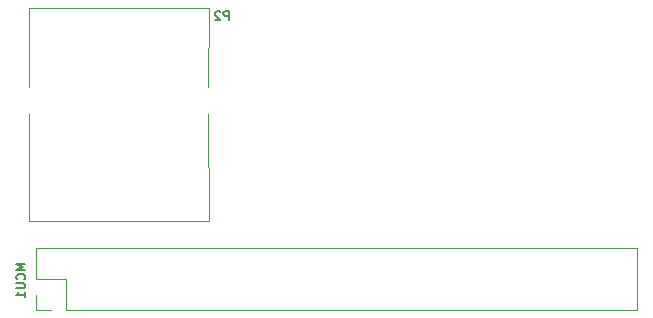
<source format=gbr>
G04 #@! TF.FileFunction,Legend,Bot*
%FSLAX46Y46*%
G04 Gerber Fmt 4.6, Leading zero omitted, Abs format (unit mm)*
G04 Created by KiCad (PCBNEW 4.0.7) date 11/27/17 08:23:02*
%MOMM*%
%LPD*%
G01*
G04 APERTURE LIST*
%ADD10C,0.076200*%
%ADD11C,0.120000*%
%ADD12C,0.127000*%
G04 APERTURE END LIST*
D10*
D11*
X162534600Y-21992000D02*
X177774600Y-21992000D01*
X177774600Y-40022000D02*
X177764600Y-31032000D01*
X177774600Y-40022000D02*
X162534600Y-40022000D01*
X162534600Y-40022000D02*
X162534600Y-31022000D01*
X177764600Y-28692000D02*
X177774600Y-21992000D01*
X162534600Y-28702000D02*
X162534600Y-21992000D01*
X165740000Y-47560000D02*
X214060000Y-47560000D01*
X214060000Y-47560000D02*
X214060000Y-42360000D01*
X214060000Y-42360000D02*
X163140000Y-42360000D01*
X163140000Y-42360000D02*
X163140000Y-44960000D01*
X163140000Y-44960000D02*
X165740000Y-44960000D01*
X165740000Y-44960000D02*
X165740000Y-47560000D01*
X164470000Y-47560000D02*
X163140000Y-47560000D01*
X163140000Y-47560000D02*
X163140000Y-46290000D01*
D12*
X179475028Y-23043914D02*
X179475028Y-22281914D01*
X179184743Y-22281914D01*
X179112171Y-22318200D01*
X179075886Y-22354486D01*
X179039600Y-22427057D01*
X179039600Y-22535914D01*
X179075886Y-22608486D01*
X179112171Y-22644771D01*
X179184743Y-22681057D01*
X179475028Y-22681057D01*
X178749314Y-22354486D02*
X178713028Y-22318200D01*
X178640457Y-22281914D01*
X178459028Y-22281914D01*
X178386457Y-22318200D01*
X178350171Y-22354486D01*
X178313886Y-22427057D01*
X178313886Y-22499629D01*
X178350171Y-22608486D01*
X178785600Y-23043914D01*
X178313886Y-23043914D01*
X162264714Y-43679601D02*
X161502714Y-43679601D01*
X162047000Y-43933601D01*
X161502714Y-44187601D01*
X162264714Y-44187601D01*
X162192143Y-44985886D02*
X162228429Y-44949600D01*
X162264714Y-44840743D01*
X162264714Y-44768172D01*
X162228429Y-44659315D01*
X162155857Y-44586743D01*
X162083286Y-44550458D01*
X161938143Y-44514172D01*
X161829286Y-44514172D01*
X161684143Y-44550458D01*
X161611571Y-44586743D01*
X161539000Y-44659315D01*
X161502714Y-44768172D01*
X161502714Y-44840743D01*
X161539000Y-44949600D01*
X161575286Y-44985886D01*
X161502714Y-45312458D02*
X162119571Y-45312458D01*
X162192143Y-45348743D01*
X162228429Y-45385029D01*
X162264714Y-45457600D01*
X162264714Y-45602743D01*
X162228429Y-45675315D01*
X162192143Y-45711600D01*
X162119571Y-45747886D01*
X161502714Y-45747886D01*
X162264714Y-46509886D02*
X162264714Y-46074458D01*
X162264714Y-46292172D02*
X161502714Y-46292172D01*
X161611571Y-46219601D01*
X161684143Y-46147029D01*
X161720429Y-46074458D01*
M02*

</source>
